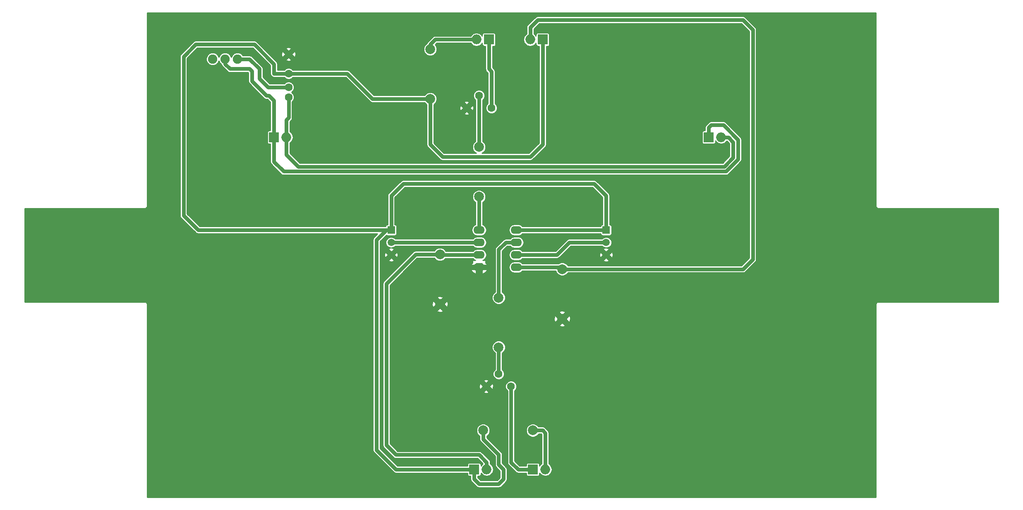
<source format=gbr>
G04 #@! TF.FileFunction,Copper,L1,Top,Signal*
%FSLAX46Y46*%
G04 Gerber Fmt 4.6, Leading zero omitted, Abs format (unit mm)*
G04 Created by KiCad (PCBNEW 4.0.2+dfsg1-stable) date Fri 18 May 2018 12:16:33 BST*
%MOMM*%
G01*
G04 APERTURE LIST*
%ADD10C,0.100000*%
%ADD11O,1.998980X1.998980*%
%ADD12R,1.998980X1.998980*%
%ADD13C,1.600000*%
%ADD14C,1.998980*%
%ADD15O,2.300000X1.600000*%
%ADD16C,1.510000*%
%ADD17R,1.510000X1.510000*%
%ADD18C,1.900000*%
%ADD19C,0.750000*%
%ADD20C,0.254000*%
G04 APERTURE END LIST*
D10*
D11*
X186540000Y-71000000D03*
D12*
X184000000Y-71000000D03*
D11*
X97540000Y-71000000D03*
D12*
X95000000Y-71000000D03*
D11*
X138540000Y-139000000D03*
D12*
X136000000Y-139000000D03*
D11*
X147460000Y-51000000D03*
D12*
X150000000Y-51000000D03*
D11*
X136460000Y-51000000D03*
D12*
X139000000Y-51000000D03*
D11*
X150540000Y-139000000D03*
D12*
X148000000Y-139000000D03*
D13*
X134460000Y-65000000D03*
X137000000Y-62460000D03*
X139540000Y-65000000D03*
X138460000Y-122000000D03*
X141000000Y-119460000D03*
X143540000Y-122000000D03*
D14*
X137000000Y-73000000D03*
X137000000Y-83160000D03*
X141000000Y-114000000D03*
X141000000Y-103840000D03*
X129000000Y-95000000D03*
X129000000Y-105160000D03*
X154000000Y-98000000D03*
X154000000Y-108160000D03*
X127000000Y-53000000D03*
X127000000Y-63160000D03*
X148000000Y-131000000D03*
X137840000Y-131000000D03*
D13*
X98000000Y-62800000D03*
X98000000Y-60800000D03*
X98000000Y-58000000D03*
X98000000Y-54000000D03*
D15*
X137000000Y-90000000D03*
X137000000Y-92540000D03*
X137000000Y-95080000D03*
X137000000Y-97620000D03*
X144620000Y-97620000D03*
X144620000Y-95080000D03*
X144620000Y-92540000D03*
X144620000Y-90000000D03*
D16*
X119000000Y-95080000D03*
D17*
X119000000Y-90000000D03*
D16*
X119000000Y-92540000D03*
X163000000Y-95080000D03*
D17*
X163000000Y-90000000D03*
D16*
X163000000Y-92540000D03*
D18*
X87540000Y-55000000D03*
X85000000Y-55000000D03*
X82460000Y-55000000D03*
D19*
X97540000Y-71000000D02*
X97540000Y-74540000D01*
X188000000Y-71000000D02*
X186540000Y-71000000D01*
X189000000Y-72000000D02*
X188000000Y-71000000D01*
X189000000Y-75156494D02*
X189000000Y-72000000D01*
X187156494Y-77000000D02*
X189000000Y-75156494D01*
X100000000Y-77000000D02*
X187156494Y-77000000D01*
X97540000Y-74540000D02*
X100000000Y-77000000D01*
X97540000Y-71000000D02*
X97540000Y-67460000D01*
X98000000Y-67000000D02*
X98000000Y-62800000D01*
X97540000Y-67460000D02*
X98000000Y-67000000D01*
X85000000Y-55000000D02*
X85000000Y-56000000D01*
X95000000Y-63500000D02*
X95000000Y-71000000D01*
X94000000Y-62500000D02*
X95000000Y-63500000D01*
X93500000Y-62500000D02*
X94000000Y-62500000D01*
X90500000Y-59500000D02*
X93500000Y-62500000D01*
X90500000Y-57500000D02*
X90500000Y-59500000D01*
X90000000Y-57000000D02*
X90500000Y-57500000D01*
X86000000Y-57000000D02*
X90000000Y-57000000D01*
X85000000Y-56000000D02*
X86000000Y-57000000D01*
X95000000Y-71000000D02*
X95000000Y-76000000D01*
X95000000Y-76000000D02*
X97000000Y-78000000D01*
X97000000Y-78000000D02*
X187500000Y-78000000D01*
X187500000Y-78000000D02*
X190000000Y-75500000D01*
X190000000Y-75500000D02*
X190000000Y-71500000D01*
X190000000Y-71500000D02*
X187000000Y-68500000D01*
X187000000Y-68500000D02*
X184500000Y-68500000D01*
X184500000Y-68500000D02*
X184000000Y-69000000D01*
X184000000Y-69000000D02*
X184000000Y-71000000D01*
X137000000Y-73000000D02*
X137000000Y-62460000D01*
X141000000Y-114000000D02*
X141000000Y-119460000D01*
X87540000Y-55000000D02*
X90000000Y-55000000D01*
X93800000Y-60800000D02*
X98000000Y-60800000D01*
X92000000Y-59000000D02*
X93800000Y-60800000D01*
X92000000Y-57000000D02*
X92000000Y-59000000D01*
X90000000Y-55000000D02*
X92000000Y-57000000D01*
X138540000Y-139000000D02*
X138540000Y-137540000D01*
X124000000Y-95000000D02*
X129000000Y-95000000D01*
X118000000Y-101000000D02*
X124000000Y-95000000D01*
X118000000Y-134000000D02*
X118000000Y-101000000D01*
X120000000Y-136000000D02*
X118000000Y-134000000D01*
X137000000Y-136000000D02*
X120000000Y-136000000D01*
X138540000Y-137540000D02*
X137000000Y-136000000D01*
X137000000Y-95080000D02*
X129080000Y-95080000D01*
X129080000Y-95080000D02*
X129000000Y-95000000D01*
X98000000Y-58000000D02*
X95000000Y-58000000D01*
X79500000Y-90000000D02*
X119000000Y-90000000D01*
X76500000Y-87000000D02*
X79500000Y-90000000D01*
X76500000Y-54500000D02*
X76500000Y-87000000D01*
X79000000Y-52000000D02*
X76500000Y-54500000D01*
X91000000Y-52000000D02*
X79000000Y-52000000D01*
X95000000Y-56000000D02*
X91000000Y-52000000D01*
X95000000Y-58000000D02*
X95000000Y-56000000D01*
X127000000Y-63160000D02*
X127000000Y-72500000D01*
X150000000Y-72500000D02*
X150000000Y-51000000D01*
X147500000Y-75000000D02*
X150000000Y-72500000D01*
X129500000Y-75000000D02*
X147500000Y-75000000D01*
X127000000Y-72500000D02*
X129500000Y-75000000D01*
X119000000Y-90000000D02*
X119000000Y-83000000D01*
X119000000Y-83000000D02*
X121500000Y-80500000D01*
X121500000Y-80500000D02*
X160500000Y-80500000D01*
X160500000Y-80500000D02*
X163000000Y-83000000D01*
X163000000Y-83000000D02*
X163000000Y-90000000D01*
X136000000Y-139000000D02*
X136000000Y-141000000D01*
X137840000Y-132840000D02*
X137840000Y-131000000D01*
X141000000Y-136000000D02*
X137840000Y-132840000D01*
X141000000Y-138000000D02*
X141000000Y-136000000D01*
X142000000Y-139000000D02*
X141000000Y-138000000D01*
X142000000Y-141000000D02*
X142000000Y-139000000D01*
X141000000Y-142000000D02*
X142000000Y-141000000D01*
X137000000Y-142000000D02*
X141000000Y-142000000D01*
X136000000Y-141000000D02*
X137000000Y-142000000D01*
X136000000Y-139000000D02*
X120000000Y-139000000D01*
X120000000Y-139000000D02*
X116000000Y-135000000D01*
X116000000Y-135000000D02*
X116000000Y-92000000D01*
X116000000Y-92000000D02*
X118000000Y-90000000D01*
X118000000Y-90000000D02*
X119000000Y-90000000D01*
X98000000Y-58000000D02*
X110000000Y-58000000D01*
X115160000Y-63160000D02*
X127000000Y-63160000D01*
X110000000Y-58000000D02*
X115160000Y-63160000D01*
X163000000Y-90000000D02*
X144620000Y-90000000D01*
X154000000Y-98000000D02*
X191000000Y-98000000D01*
X147460000Y-48540000D02*
X147460000Y-51000000D01*
X149000000Y-47000000D02*
X147460000Y-48540000D01*
X191000000Y-47000000D02*
X149000000Y-47000000D01*
X193000000Y-49000000D02*
X191000000Y-47000000D01*
X193000000Y-96000000D02*
X193000000Y-49000000D01*
X191000000Y-98000000D02*
X193000000Y-96000000D01*
X144620000Y-97620000D02*
X153620000Y-97620000D01*
X153620000Y-97620000D02*
X154000000Y-98000000D01*
X136460000Y-51000000D02*
X128000000Y-51000000D01*
X127000000Y-52000000D02*
X127000000Y-53000000D01*
X128000000Y-51000000D02*
X127000000Y-52000000D01*
X139540000Y-65000000D02*
X139540000Y-57540000D01*
X139000000Y-57000000D02*
X139000000Y-51000000D01*
X139540000Y-57540000D02*
X139000000Y-57000000D01*
X148000000Y-131000000D02*
X150000000Y-131000000D01*
X150540000Y-131540000D02*
X150540000Y-139000000D01*
X150000000Y-131000000D02*
X150540000Y-131540000D01*
X143540000Y-122000000D02*
X143540000Y-137540000D01*
X145000000Y-139000000D02*
X148000000Y-139000000D01*
X143540000Y-137540000D02*
X145000000Y-139000000D01*
X137000000Y-92540000D02*
X119000000Y-92540000D01*
X163000000Y-92540000D02*
X155460000Y-92540000D01*
X152920000Y-95080000D02*
X144620000Y-95080000D01*
X155460000Y-92540000D02*
X152920000Y-95080000D01*
X137000000Y-83160000D02*
X137000000Y-90000000D01*
X141000000Y-103840000D02*
X141000000Y-94000000D01*
X142460000Y-92540000D02*
X144620000Y-92540000D01*
X141000000Y-94000000D02*
X142460000Y-92540000D01*
D20*
G36*
X218201600Y-85123900D02*
X218234103Y-85287306D01*
X218326665Y-85425835D01*
X218465194Y-85518397D01*
X218628600Y-85550900D01*
X243201600Y-85550900D01*
X243201600Y-104696900D01*
X218628600Y-104696900D01*
X218465194Y-104729403D01*
X218326665Y-104821965D01*
X218234103Y-104960494D01*
X218201600Y-105123900D01*
X218201600Y-144696900D01*
X69055600Y-144696900D01*
X69055600Y-105123900D01*
X69023097Y-104960494D01*
X68930535Y-104821965D01*
X68792006Y-104729403D01*
X68628600Y-104696900D01*
X44055600Y-104696900D01*
X44055600Y-85550900D01*
X68628600Y-85550900D01*
X68792006Y-85518397D01*
X68930535Y-85425835D01*
X69023097Y-85287306D01*
X69055600Y-85123900D01*
X69055600Y-54500000D01*
X75748000Y-54500000D01*
X75748000Y-87000000D01*
X75805243Y-87287778D01*
X75968256Y-87531744D01*
X78968256Y-90531745D01*
X79114503Y-90629464D01*
X79212222Y-90694757D01*
X79500000Y-90752000D01*
X116184512Y-90752000D01*
X115468256Y-91468256D01*
X115305243Y-91712222D01*
X115248000Y-92000000D01*
X115248000Y-135000000D01*
X115305243Y-135287778D01*
X115468256Y-135531744D01*
X119468256Y-139531744D01*
X119712222Y-139694757D01*
X120000000Y-139752000D01*
X134616125Y-139752000D01*
X134616125Y-139999490D01*
X134642413Y-140139198D01*
X134724980Y-140267510D01*
X134850963Y-140353591D01*
X135000510Y-140383875D01*
X135248000Y-140383875D01*
X135248000Y-141000000D01*
X135305243Y-141287778D01*
X135468256Y-141531744D01*
X136468256Y-142531745D01*
X136614503Y-142629464D01*
X136712222Y-142694757D01*
X137000000Y-142752000D01*
X141000000Y-142752000D01*
X141287778Y-142694757D01*
X141531744Y-142531744D01*
X142531745Y-141531744D01*
X142683087Y-141305243D01*
X142694757Y-141287778D01*
X142752000Y-141000000D01*
X142752000Y-139000000D01*
X142694757Y-138712222D01*
X142629464Y-138614503D01*
X142531745Y-138468256D01*
X141752000Y-137688512D01*
X141752000Y-136000000D01*
X141694757Y-135712222D01*
X141531744Y-135468256D01*
X138592000Y-132528512D01*
X138592000Y-132178644D01*
X138618700Y-132167612D01*
X139006251Y-131780737D01*
X139216251Y-131275002D01*
X139216728Y-130727400D01*
X139007612Y-130221300D01*
X138620737Y-129833749D01*
X138115002Y-129623749D01*
X137567400Y-129623272D01*
X137061300Y-129832388D01*
X136673749Y-130219263D01*
X136463749Y-130724998D01*
X136463272Y-131272600D01*
X136672388Y-131778700D01*
X137059263Y-132166251D01*
X137088000Y-132178184D01*
X137088000Y-132840000D01*
X137145243Y-133127778D01*
X137308256Y-133371744D01*
X140248000Y-136311488D01*
X140248000Y-138000000D01*
X140305243Y-138287778D01*
X140468256Y-138531744D01*
X141248000Y-139311489D01*
X141248000Y-140688511D01*
X140688512Y-141248000D01*
X137311489Y-141248000D01*
X136752000Y-140688512D01*
X136752000Y-140383875D01*
X136999490Y-140383875D01*
X137139198Y-140357587D01*
X137267510Y-140275020D01*
X137353591Y-140149037D01*
X137383875Y-139999490D01*
X137383875Y-139740105D01*
X137539708Y-139973325D01*
X137986273Y-140271711D01*
X138513033Y-140376490D01*
X138566967Y-140376490D01*
X139093727Y-140271711D01*
X139540292Y-139973325D01*
X139838678Y-139526760D01*
X139943457Y-139000000D01*
X139838678Y-138473240D01*
X139540292Y-138026675D01*
X139292000Y-137860771D01*
X139292000Y-137540000D01*
X139234757Y-137252222D01*
X139071744Y-137008256D01*
X137531744Y-135468256D01*
X137287778Y-135305243D01*
X137000000Y-135248000D01*
X120311488Y-135248000D01*
X118752000Y-133688512D01*
X118752000Y-123160727D01*
X137864958Y-123160727D01*
X137956374Y-123373703D01*
X138520403Y-123461865D01*
X138963626Y-123373703D01*
X139055042Y-123160727D01*
X138460000Y-122565685D01*
X137864958Y-123160727D01*
X118752000Y-123160727D01*
X118752000Y-122060403D01*
X136998135Y-122060403D01*
X137086297Y-122503626D01*
X137299273Y-122595042D01*
X137894315Y-122000000D01*
X139025685Y-122000000D01*
X139620727Y-122595042D01*
X139833703Y-122503626D01*
X139875989Y-122233093D01*
X142362796Y-122233093D01*
X142541606Y-122665846D01*
X142788000Y-122912671D01*
X142788000Y-137540000D01*
X142845243Y-137827778D01*
X143008256Y-138071744D01*
X144468256Y-139531744D01*
X144712222Y-139694757D01*
X145000000Y-139752000D01*
X146616125Y-139752000D01*
X146616125Y-139999490D01*
X146642413Y-140139198D01*
X146724980Y-140267510D01*
X146850963Y-140353591D01*
X147000510Y-140383875D01*
X148999490Y-140383875D01*
X149139198Y-140357587D01*
X149267510Y-140275020D01*
X149353591Y-140149037D01*
X149383875Y-139999490D01*
X149383875Y-139740105D01*
X149539708Y-139973325D01*
X149986273Y-140271711D01*
X150513033Y-140376490D01*
X150566967Y-140376490D01*
X151093727Y-140271711D01*
X151540292Y-139973325D01*
X151838678Y-139526760D01*
X151943457Y-139000000D01*
X151838678Y-138473240D01*
X151540292Y-138026675D01*
X151292000Y-137860771D01*
X151292000Y-131540000D01*
X151234757Y-131252222D01*
X151071744Y-131008255D01*
X150531744Y-130468256D01*
X150287778Y-130305243D01*
X150000000Y-130248000D01*
X149178644Y-130248000D01*
X149167612Y-130221300D01*
X148780737Y-129833749D01*
X148275002Y-129623749D01*
X147727400Y-129623272D01*
X147221300Y-129832388D01*
X146833749Y-130219263D01*
X146623749Y-130724998D01*
X146623272Y-131272600D01*
X146832388Y-131778700D01*
X147219263Y-132166251D01*
X147724998Y-132376251D01*
X148272600Y-132376728D01*
X148778700Y-132167612D01*
X149166251Y-131780737D01*
X149178184Y-131752000D01*
X149688512Y-131752000D01*
X149788000Y-131851489D01*
X149788000Y-137860771D01*
X149539708Y-138026675D01*
X149383875Y-138259895D01*
X149383875Y-138000510D01*
X149357587Y-137860802D01*
X149275020Y-137732490D01*
X149149037Y-137646409D01*
X148999490Y-137616125D01*
X147000510Y-137616125D01*
X146860802Y-137642413D01*
X146732490Y-137724980D01*
X146646409Y-137850963D01*
X146616125Y-138000510D01*
X146616125Y-138248000D01*
X145311488Y-138248000D01*
X144292000Y-137228512D01*
X144292000Y-122912390D01*
X144537230Y-122667588D01*
X144716795Y-122235147D01*
X144717204Y-121766907D01*
X144538394Y-121334154D01*
X144207588Y-121002770D01*
X143775147Y-120823205D01*
X143306907Y-120822796D01*
X142874154Y-121001606D01*
X142542770Y-121332412D01*
X142363205Y-121764853D01*
X142362796Y-122233093D01*
X139875989Y-122233093D01*
X139921865Y-121939597D01*
X139833703Y-121496374D01*
X139620727Y-121404958D01*
X139025685Y-122000000D01*
X137894315Y-122000000D01*
X137299273Y-121404958D01*
X137086297Y-121496374D01*
X136998135Y-122060403D01*
X118752000Y-122060403D01*
X118752000Y-120839273D01*
X137864958Y-120839273D01*
X138460000Y-121434315D01*
X139055042Y-120839273D01*
X138963626Y-120626297D01*
X138399597Y-120538135D01*
X137956374Y-120626297D01*
X137864958Y-120839273D01*
X118752000Y-120839273D01*
X118752000Y-114272600D01*
X139623272Y-114272600D01*
X139832388Y-114778700D01*
X140219263Y-115166251D01*
X140248000Y-115178184D01*
X140248000Y-118547610D01*
X140002770Y-118792412D01*
X139823205Y-119224853D01*
X139822796Y-119693093D01*
X140001606Y-120125846D01*
X140332412Y-120457230D01*
X140764853Y-120636795D01*
X141233093Y-120637204D01*
X141665846Y-120458394D01*
X141997230Y-120127588D01*
X142176795Y-119695147D01*
X142177204Y-119226907D01*
X141998394Y-118794154D01*
X141752000Y-118547329D01*
X141752000Y-115178644D01*
X141778700Y-115167612D01*
X142166251Y-114780737D01*
X142376251Y-114275002D01*
X142376728Y-113727400D01*
X142167612Y-113221300D01*
X141780737Y-112833749D01*
X141275002Y-112623749D01*
X140727400Y-112623272D01*
X140221300Y-112832388D01*
X139833749Y-113219263D01*
X139623749Y-113724998D01*
X139623272Y-114272600D01*
X118752000Y-114272600D01*
X118752000Y-109519256D01*
X153347490Y-109519256D01*
X153469831Y-109739931D01*
X154114801Y-109822553D01*
X154530169Y-109739931D01*
X154652510Y-109519256D01*
X154000000Y-108866746D01*
X153347490Y-109519256D01*
X118752000Y-109519256D01*
X118752000Y-108274801D01*
X152337447Y-108274801D01*
X152420069Y-108690169D01*
X152640744Y-108812510D01*
X153293254Y-108160000D01*
X154706746Y-108160000D01*
X155359256Y-108812510D01*
X155579931Y-108690169D01*
X155662553Y-108045199D01*
X155579931Y-107629831D01*
X155359256Y-107507490D01*
X154706746Y-108160000D01*
X153293254Y-108160000D01*
X152640744Y-107507490D01*
X152420069Y-107629831D01*
X152337447Y-108274801D01*
X118752000Y-108274801D01*
X118752000Y-106519256D01*
X128347490Y-106519256D01*
X128469831Y-106739931D01*
X129114801Y-106822553D01*
X129224442Y-106800744D01*
X153347490Y-106800744D01*
X154000000Y-107453254D01*
X154652510Y-106800744D01*
X154530169Y-106580069D01*
X153885199Y-106497447D01*
X153469831Y-106580069D01*
X153347490Y-106800744D01*
X129224442Y-106800744D01*
X129530169Y-106739931D01*
X129652510Y-106519256D01*
X129000000Y-105866746D01*
X128347490Y-106519256D01*
X118752000Y-106519256D01*
X118752000Y-105274801D01*
X127337447Y-105274801D01*
X127420069Y-105690169D01*
X127640744Y-105812510D01*
X128293254Y-105160000D01*
X129706746Y-105160000D01*
X130359256Y-105812510D01*
X130579931Y-105690169D01*
X130662553Y-105045199D01*
X130579931Y-104629831D01*
X130359256Y-104507490D01*
X129706746Y-105160000D01*
X128293254Y-105160000D01*
X127640744Y-104507490D01*
X127420069Y-104629831D01*
X127337447Y-105274801D01*
X118752000Y-105274801D01*
X118752000Y-103800744D01*
X128347490Y-103800744D01*
X129000000Y-104453254D01*
X129340654Y-104112600D01*
X139623272Y-104112600D01*
X139832388Y-104618700D01*
X140219263Y-105006251D01*
X140724998Y-105216251D01*
X141272600Y-105216728D01*
X141778700Y-105007612D01*
X142166251Y-104620737D01*
X142376251Y-104115002D01*
X142376728Y-103567400D01*
X142167612Y-103061300D01*
X141780737Y-102673749D01*
X141752000Y-102661816D01*
X141752000Y-95080000D01*
X143063084Y-95080000D01*
X143152678Y-95530418D01*
X143407819Y-95912265D01*
X143789666Y-96167406D01*
X144240084Y-96257000D01*
X144999916Y-96257000D01*
X145307412Y-96195835D01*
X162418031Y-96195835D01*
X162502471Y-96407032D01*
X163048176Y-96496413D01*
X163497529Y-96407032D01*
X163581969Y-96195835D01*
X163000000Y-95613866D01*
X162418031Y-96195835D01*
X145307412Y-96195835D01*
X145450334Y-96167406D01*
X145832181Y-95912265D01*
X145885812Y-95832000D01*
X152920000Y-95832000D01*
X153207778Y-95774757D01*
X153451744Y-95611744D01*
X153935312Y-95128176D01*
X161583587Y-95128176D01*
X161672968Y-95577529D01*
X161884165Y-95661969D01*
X162466134Y-95080000D01*
X163533866Y-95080000D01*
X164115835Y-95661969D01*
X164327032Y-95577529D01*
X164416413Y-95031824D01*
X164327032Y-94582471D01*
X164115835Y-94498031D01*
X163533866Y-95080000D01*
X162466134Y-95080000D01*
X161884165Y-94498031D01*
X161672968Y-94582471D01*
X161583587Y-95128176D01*
X153935312Y-95128176D01*
X155771489Y-93292000D01*
X162151194Y-93292000D01*
X162357936Y-93499103D01*
X162773843Y-93671803D01*
X162909922Y-93671922D01*
X162502471Y-93752968D01*
X162418031Y-93964165D01*
X163000000Y-94546134D01*
X163581969Y-93964165D01*
X163497529Y-93752968D01*
X163003208Y-93672003D01*
X163224181Y-93672196D01*
X163640389Y-93500222D01*
X163959103Y-93182064D01*
X164131803Y-92766157D01*
X164132196Y-92315819D01*
X163960222Y-91899611D01*
X163642064Y-91580897D01*
X163226157Y-91408197D01*
X162775819Y-91407804D01*
X162359611Y-91579778D01*
X162151025Y-91788000D01*
X155460000Y-91788000D01*
X155172222Y-91845243D01*
X154928255Y-92008256D01*
X152608512Y-94328000D01*
X145885812Y-94328000D01*
X145832181Y-94247735D01*
X145450334Y-93992594D01*
X144999916Y-93903000D01*
X144240084Y-93903000D01*
X143789666Y-93992594D01*
X143407819Y-94247735D01*
X143152678Y-94629582D01*
X143063084Y-95080000D01*
X141752000Y-95080000D01*
X141752000Y-94311488D01*
X142771488Y-93292000D01*
X143354188Y-93292000D01*
X143407819Y-93372265D01*
X143789666Y-93627406D01*
X144240084Y-93717000D01*
X144999916Y-93717000D01*
X145450334Y-93627406D01*
X145832181Y-93372265D01*
X146087322Y-92990418D01*
X146176916Y-92540000D01*
X146087322Y-92089582D01*
X145832181Y-91707735D01*
X145450334Y-91452594D01*
X144999916Y-91363000D01*
X144240084Y-91363000D01*
X143789666Y-91452594D01*
X143407819Y-91707735D01*
X143354188Y-91788000D01*
X142460000Y-91788000D01*
X142172222Y-91845243D01*
X142090855Y-91899611D01*
X141928256Y-92008256D01*
X140468256Y-93468256D01*
X140305243Y-93712222D01*
X140248000Y-94000000D01*
X140248000Y-102661356D01*
X140221300Y-102672388D01*
X139833749Y-103059263D01*
X139623749Y-103564998D01*
X139623272Y-104112600D01*
X129340654Y-104112600D01*
X129652510Y-103800744D01*
X129530169Y-103580069D01*
X128885199Y-103497447D01*
X128469831Y-103580069D01*
X128347490Y-103800744D01*
X118752000Y-103800744D01*
X118752000Y-101311488D01*
X121832827Y-98230661D01*
X135351417Y-98230661D01*
X135393854Y-98254527D01*
X135732296Y-98686933D01*
X136210450Y-98956908D01*
X136425000Y-98850459D01*
X136425000Y-98020000D01*
X137575000Y-98020000D01*
X137575000Y-98850459D01*
X137789550Y-98956908D01*
X138267704Y-98686933D01*
X138606146Y-98254527D01*
X138648583Y-98230661D01*
X138561946Y-98020000D01*
X137575000Y-98020000D01*
X136425000Y-98020000D01*
X135438054Y-98020000D01*
X135351417Y-98230661D01*
X121832827Y-98230661D01*
X124311489Y-95752000D01*
X127821356Y-95752000D01*
X127832388Y-95778700D01*
X128219263Y-96166251D01*
X128724998Y-96376251D01*
X129272600Y-96376728D01*
X129778700Y-96167612D01*
X130114898Y-95832000D01*
X135734188Y-95832000D01*
X135787819Y-95912265D01*
X136169666Y-96167406D01*
X136258117Y-96185000D01*
X135626998Y-96185000D01*
X135626998Y-96687600D01*
X135393854Y-96985473D01*
X135351417Y-97009339D01*
X135438054Y-97220000D01*
X136425000Y-97220000D01*
X136425000Y-96820000D01*
X137575000Y-96820000D01*
X137575000Y-97220000D01*
X138561946Y-97220000D01*
X138648583Y-97009339D01*
X138606146Y-96985473D01*
X138373002Y-96687600D01*
X138373002Y-96185000D01*
X137741883Y-96185000D01*
X137830334Y-96167406D01*
X138212181Y-95912265D01*
X138467322Y-95530418D01*
X138556916Y-95080000D01*
X138467322Y-94629582D01*
X138212181Y-94247735D01*
X137830334Y-93992594D01*
X137379916Y-93903000D01*
X136620084Y-93903000D01*
X136169666Y-93992594D01*
X135787819Y-94247735D01*
X135734188Y-94328000D01*
X130211699Y-94328000D01*
X130167612Y-94221300D01*
X129780737Y-93833749D01*
X129275002Y-93623749D01*
X128727400Y-93623272D01*
X128221300Y-93832388D01*
X127833749Y-94219263D01*
X127821816Y-94248000D01*
X124000000Y-94248000D01*
X123712222Y-94305243D01*
X123468255Y-94468256D01*
X117468256Y-100468256D01*
X117305243Y-100712222D01*
X117248000Y-101000000D01*
X117248000Y-134000000D01*
X117305243Y-134287778D01*
X117468256Y-134531744D01*
X119468256Y-136531744D01*
X119712222Y-136694757D01*
X120000000Y-136752000D01*
X136688512Y-136752000D01*
X137788000Y-137851488D01*
X137788000Y-137860771D01*
X137539708Y-138026675D01*
X137383875Y-138259895D01*
X137383875Y-138000510D01*
X137357587Y-137860802D01*
X137275020Y-137732490D01*
X137149037Y-137646409D01*
X136999490Y-137616125D01*
X135000510Y-137616125D01*
X134860802Y-137642413D01*
X134732490Y-137724980D01*
X134646409Y-137850963D01*
X134616125Y-138000510D01*
X134616125Y-138248000D01*
X120311488Y-138248000D01*
X116752000Y-134688512D01*
X116752000Y-96195835D01*
X118418031Y-96195835D01*
X118502471Y-96407032D01*
X119048176Y-96496413D01*
X119497529Y-96407032D01*
X119581969Y-96195835D01*
X119000000Y-95613866D01*
X118418031Y-96195835D01*
X116752000Y-96195835D01*
X116752000Y-95128176D01*
X117583587Y-95128176D01*
X117672968Y-95577529D01*
X117884165Y-95661969D01*
X118466134Y-95080000D01*
X119533866Y-95080000D01*
X120115835Y-95661969D01*
X120327032Y-95577529D01*
X120416413Y-95031824D01*
X120327032Y-94582471D01*
X120115835Y-94498031D01*
X119533866Y-95080000D01*
X118466134Y-95080000D01*
X117884165Y-94498031D01*
X117672968Y-94582471D01*
X117583587Y-95128176D01*
X116752000Y-95128176D01*
X116752000Y-92764181D01*
X117867804Y-92764181D01*
X118039778Y-93180389D01*
X118357936Y-93499103D01*
X118773843Y-93671803D01*
X118909922Y-93671922D01*
X118502471Y-93752968D01*
X118418031Y-93964165D01*
X119000000Y-94546134D01*
X119581969Y-93964165D01*
X119497529Y-93752968D01*
X119003208Y-93672003D01*
X119224181Y-93672196D01*
X119640389Y-93500222D01*
X119848975Y-93292000D01*
X135734188Y-93292000D01*
X135787819Y-93372265D01*
X136169666Y-93627406D01*
X136620084Y-93717000D01*
X137379916Y-93717000D01*
X137830334Y-93627406D01*
X138212181Y-93372265D01*
X138467322Y-92990418D01*
X138556916Y-92540000D01*
X138467322Y-92089582D01*
X138212181Y-91707735D01*
X137830334Y-91452594D01*
X137379916Y-91363000D01*
X136620084Y-91363000D01*
X136169666Y-91452594D01*
X135787819Y-91707735D01*
X135734188Y-91788000D01*
X119848806Y-91788000D01*
X119642064Y-91580897D01*
X119226157Y-91408197D01*
X118775819Y-91407804D01*
X118359611Y-91579778D01*
X118040897Y-91897936D01*
X117868197Y-92313843D01*
X117867804Y-92764181D01*
X116752000Y-92764181D01*
X116752000Y-92311488D01*
X118011648Y-91051840D01*
X118095453Y-91109101D01*
X118245000Y-91139385D01*
X119755000Y-91139385D01*
X119894708Y-91113097D01*
X120023020Y-91030530D01*
X120109101Y-90904547D01*
X120139385Y-90755000D01*
X120139385Y-90000000D01*
X135443084Y-90000000D01*
X135532678Y-90450418D01*
X135787819Y-90832265D01*
X136169666Y-91087406D01*
X136620084Y-91177000D01*
X137379916Y-91177000D01*
X137830334Y-91087406D01*
X138212181Y-90832265D01*
X138467322Y-90450418D01*
X138556916Y-90000000D01*
X138467322Y-89549582D01*
X138212181Y-89167735D01*
X137830334Y-88912594D01*
X137752000Y-88897012D01*
X137752000Y-84338644D01*
X137778700Y-84327612D01*
X138166251Y-83940737D01*
X138376251Y-83435002D01*
X138376728Y-82887400D01*
X138167612Y-82381300D01*
X137780737Y-81993749D01*
X137275002Y-81783749D01*
X136727400Y-81783272D01*
X136221300Y-81992388D01*
X135833749Y-82379263D01*
X135623749Y-82884998D01*
X135623272Y-83432600D01*
X135832388Y-83938700D01*
X136219263Y-84326251D01*
X136248000Y-84338184D01*
X136248000Y-88897012D01*
X136169666Y-88912594D01*
X135787819Y-89167735D01*
X135532678Y-89549582D01*
X135443084Y-90000000D01*
X120139385Y-90000000D01*
X120139385Y-89245000D01*
X120113097Y-89105292D01*
X120030530Y-88976980D01*
X119904547Y-88890899D01*
X119755000Y-88860615D01*
X119752000Y-88860615D01*
X119752000Y-83311488D01*
X121811488Y-81252000D01*
X160188512Y-81252000D01*
X162248000Y-83311488D01*
X162248000Y-88860615D01*
X162245000Y-88860615D01*
X162105292Y-88886903D01*
X161976980Y-88969470D01*
X161890899Y-89095453D01*
X161860615Y-89245000D01*
X161860615Y-89248000D01*
X145885812Y-89248000D01*
X145832181Y-89167735D01*
X145450334Y-88912594D01*
X144999916Y-88823000D01*
X144240084Y-88823000D01*
X143789666Y-88912594D01*
X143407819Y-89167735D01*
X143152678Y-89549582D01*
X143063084Y-90000000D01*
X143152678Y-90450418D01*
X143407819Y-90832265D01*
X143789666Y-91087406D01*
X144240084Y-91177000D01*
X144999916Y-91177000D01*
X145450334Y-91087406D01*
X145832181Y-90832265D01*
X145885812Y-90752000D01*
X161860615Y-90752000D01*
X161860615Y-90755000D01*
X161886903Y-90894708D01*
X161969470Y-91023020D01*
X162095453Y-91109101D01*
X162245000Y-91139385D01*
X163755000Y-91139385D01*
X163894708Y-91113097D01*
X164023020Y-91030530D01*
X164109101Y-90904547D01*
X164139385Y-90755000D01*
X164139385Y-89245000D01*
X164113097Y-89105292D01*
X164030530Y-88976980D01*
X163904547Y-88890899D01*
X163755000Y-88860615D01*
X163752000Y-88860615D01*
X163752000Y-83000000D01*
X163694757Y-82712222D01*
X163531744Y-82468256D01*
X161031744Y-79968256D01*
X160787778Y-79805243D01*
X160500000Y-79748000D01*
X121500000Y-79748000D01*
X121212222Y-79805243D01*
X120968256Y-79968256D01*
X118468256Y-82468256D01*
X118305243Y-82712222D01*
X118248000Y-83000000D01*
X118248000Y-88860615D01*
X118245000Y-88860615D01*
X118105292Y-88886903D01*
X117976980Y-88969470D01*
X117890899Y-89095453D01*
X117860615Y-89245000D01*
X117860615Y-89248000D01*
X79811489Y-89248000D01*
X77252000Y-86688512D01*
X77252000Y-55262798D01*
X81132771Y-55262798D01*
X81334369Y-55750703D01*
X81707334Y-56124319D01*
X82194885Y-56326769D01*
X82722798Y-56327229D01*
X83210703Y-56125631D01*
X83584319Y-55752666D01*
X83730109Y-55401567D01*
X83874369Y-55750703D01*
X84247334Y-56124319D01*
X84275015Y-56135813D01*
X84305243Y-56287778D01*
X84468256Y-56531744D01*
X85468256Y-57531745D01*
X85614503Y-57629464D01*
X85712222Y-57694757D01*
X86000000Y-57752000D01*
X89688512Y-57752000D01*
X89748000Y-57811488D01*
X89748000Y-59500000D01*
X89805243Y-59787778D01*
X89968256Y-60031744D01*
X92968256Y-63031745D01*
X93109089Y-63125846D01*
X93212222Y-63194757D01*
X93500000Y-63252000D01*
X93688512Y-63252000D01*
X94248000Y-63811489D01*
X94248000Y-69616125D01*
X94000510Y-69616125D01*
X93860802Y-69642413D01*
X93732490Y-69724980D01*
X93646409Y-69850963D01*
X93616125Y-70000510D01*
X93616125Y-71999490D01*
X93642413Y-72139198D01*
X93724980Y-72267510D01*
X93850963Y-72353591D01*
X94000510Y-72383875D01*
X94248000Y-72383875D01*
X94248000Y-76000000D01*
X94305243Y-76287778D01*
X94468256Y-76531744D01*
X96468256Y-78531744D01*
X96712222Y-78694757D01*
X97000000Y-78752000D01*
X187500000Y-78752000D01*
X187787778Y-78694757D01*
X188031744Y-78531744D01*
X190531744Y-76031744D01*
X190694757Y-75787778D01*
X190752000Y-75500000D01*
X190752000Y-71500000D01*
X190694757Y-71212222D01*
X190552955Y-71000000D01*
X190531745Y-70968256D01*
X187531744Y-67968256D01*
X187287778Y-67805243D01*
X187000000Y-67748000D01*
X184500000Y-67748000D01*
X184212222Y-67805243D01*
X183968256Y-67968256D01*
X183468256Y-68468256D01*
X183305243Y-68712222D01*
X183248000Y-69000000D01*
X183248000Y-69616125D01*
X183000510Y-69616125D01*
X182860802Y-69642413D01*
X182732490Y-69724980D01*
X182646409Y-69850963D01*
X182616125Y-70000510D01*
X182616125Y-71999490D01*
X182642413Y-72139198D01*
X182724980Y-72267510D01*
X182850963Y-72353591D01*
X183000510Y-72383875D01*
X184999490Y-72383875D01*
X185139198Y-72357587D01*
X185267510Y-72275020D01*
X185353591Y-72149037D01*
X185383875Y-71999490D01*
X185383875Y-71740105D01*
X185539708Y-71973325D01*
X185986273Y-72271711D01*
X186513033Y-72376490D01*
X186566967Y-72376490D01*
X187093727Y-72271711D01*
X187540292Y-71973325D01*
X187688177Y-71752000D01*
X187688512Y-71752000D01*
X188248000Y-72311489D01*
X188248000Y-74845006D01*
X186845006Y-76248000D01*
X100311489Y-76248000D01*
X98292000Y-74228512D01*
X98292000Y-72139229D01*
X98540292Y-71973325D01*
X98838678Y-71526760D01*
X98943457Y-71000000D01*
X98838678Y-70473240D01*
X98540292Y-70026675D01*
X98292000Y-69860771D01*
X98292000Y-67771488D01*
X98531744Y-67531744D01*
X98694757Y-67287778D01*
X98752000Y-67000000D01*
X98752000Y-63712390D01*
X98997230Y-63467588D01*
X99176795Y-63035147D01*
X99177204Y-62566907D01*
X98998394Y-62134154D01*
X98667588Y-61802770D01*
X98661437Y-61800216D01*
X98665846Y-61798394D01*
X98997230Y-61467588D01*
X99176795Y-61035147D01*
X99177204Y-60566907D01*
X98998394Y-60134154D01*
X98667588Y-59802770D01*
X98235147Y-59623205D01*
X97766907Y-59622796D01*
X97334154Y-59801606D01*
X97087329Y-60048000D01*
X94111489Y-60048000D01*
X92752000Y-58688512D01*
X92752000Y-57000000D01*
X92694757Y-56712222D01*
X92531744Y-56468256D01*
X90531744Y-54468256D01*
X90287778Y-54305243D01*
X90000000Y-54248000D01*
X88664336Y-54248000D01*
X88292666Y-53875681D01*
X87805115Y-53673231D01*
X87277202Y-53672771D01*
X86789297Y-53874369D01*
X86415681Y-54247334D01*
X86269891Y-54598433D01*
X86125631Y-54249297D01*
X85752666Y-53875681D01*
X85265115Y-53673231D01*
X84737202Y-53672771D01*
X84249297Y-53874369D01*
X83875681Y-54247334D01*
X83729891Y-54598433D01*
X83585631Y-54249297D01*
X83212666Y-53875681D01*
X82725115Y-53673231D01*
X82197202Y-53672771D01*
X81709297Y-53874369D01*
X81335681Y-54247334D01*
X81133231Y-54734885D01*
X81132771Y-55262798D01*
X77252000Y-55262798D01*
X77252000Y-54811488D01*
X79311488Y-52752000D01*
X90688512Y-52752000D01*
X94248000Y-56311488D01*
X94248000Y-58000000D01*
X94305243Y-58287778D01*
X94468256Y-58531744D01*
X94712222Y-58694757D01*
X95000000Y-58752000D01*
X97087610Y-58752000D01*
X97332412Y-58997230D01*
X97764853Y-59176795D01*
X98233093Y-59177204D01*
X98665846Y-58998394D01*
X98912671Y-58752000D01*
X109688512Y-58752000D01*
X114628256Y-63691744D01*
X114872222Y-63854757D01*
X115160000Y-63912000D01*
X125821356Y-63912000D01*
X125832388Y-63938700D01*
X126219263Y-64326251D01*
X126248000Y-64338184D01*
X126248000Y-72500000D01*
X126305243Y-72787778D01*
X126468256Y-73031744D01*
X128968256Y-75531744D01*
X129212222Y-75694757D01*
X129500000Y-75752000D01*
X147500000Y-75752000D01*
X147787778Y-75694757D01*
X148031744Y-75531744D01*
X150531744Y-73031744D01*
X150694757Y-72787778D01*
X150752000Y-72500000D01*
X150752000Y-52383875D01*
X150999490Y-52383875D01*
X151139198Y-52357587D01*
X151267510Y-52275020D01*
X151353591Y-52149037D01*
X151383875Y-51999490D01*
X151383875Y-50000510D01*
X151357587Y-49860802D01*
X151275020Y-49732490D01*
X151149037Y-49646409D01*
X150999490Y-49616125D01*
X149000510Y-49616125D01*
X148860802Y-49642413D01*
X148732490Y-49724980D01*
X148646409Y-49850963D01*
X148616125Y-50000510D01*
X148616125Y-50259895D01*
X148460292Y-50026675D01*
X148212000Y-49860771D01*
X148212000Y-48851488D01*
X149311488Y-47752000D01*
X190688512Y-47752000D01*
X192248000Y-49311488D01*
X192248000Y-95688512D01*
X190688512Y-97248000D01*
X155178644Y-97248000D01*
X155167612Y-97221300D01*
X154780737Y-96833749D01*
X154275002Y-96623749D01*
X153727400Y-96623272D01*
X153221300Y-96832388D01*
X153185626Y-96868000D01*
X145885812Y-96868000D01*
X145832181Y-96787735D01*
X145450334Y-96532594D01*
X144999916Y-96443000D01*
X144240084Y-96443000D01*
X143789666Y-96532594D01*
X143407819Y-96787735D01*
X143152678Y-97169582D01*
X143063084Y-97620000D01*
X143152678Y-98070418D01*
X143407819Y-98452265D01*
X143789666Y-98707406D01*
X144240084Y-98797000D01*
X144999916Y-98797000D01*
X145450334Y-98707406D01*
X145832181Y-98452265D01*
X145885812Y-98372000D01*
X152664343Y-98372000D01*
X152832388Y-98778700D01*
X153219263Y-99166251D01*
X153724998Y-99376251D01*
X154272600Y-99376728D01*
X154778700Y-99167612D01*
X155166251Y-98780737D01*
X155178184Y-98752000D01*
X191000000Y-98752000D01*
X191287778Y-98694757D01*
X191531744Y-98531744D01*
X193531744Y-96531744D01*
X193694757Y-96287778D01*
X193700879Y-96257000D01*
X193752000Y-96000000D01*
X193752000Y-49000000D01*
X193694757Y-48712222D01*
X193531744Y-48468256D01*
X191531744Y-46468256D01*
X191287778Y-46305243D01*
X191000000Y-46248000D01*
X149000000Y-46248000D01*
X148712222Y-46305243D01*
X148468256Y-46468256D01*
X146928256Y-48008256D01*
X146765243Y-48252222D01*
X146708000Y-48540000D01*
X146708000Y-49860771D01*
X146459708Y-50026675D01*
X146161322Y-50473240D01*
X146056543Y-51000000D01*
X146161322Y-51526760D01*
X146459708Y-51973325D01*
X146906273Y-52271711D01*
X147433033Y-52376490D01*
X147486967Y-52376490D01*
X148013727Y-52271711D01*
X148460292Y-51973325D01*
X148616125Y-51740105D01*
X148616125Y-51999490D01*
X148642413Y-52139198D01*
X148724980Y-52267510D01*
X148850963Y-52353591D01*
X149000510Y-52383875D01*
X149248000Y-52383875D01*
X149248000Y-72188512D01*
X147188512Y-74248000D01*
X137584146Y-74248000D01*
X137778700Y-74167612D01*
X138166251Y-73780737D01*
X138376251Y-73275002D01*
X138376728Y-72727400D01*
X138167612Y-72221300D01*
X137780737Y-71833749D01*
X137752000Y-71821816D01*
X137752000Y-63372390D01*
X137997230Y-63127588D01*
X138176795Y-62695147D01*
X138177204Y-62226907D01*
X137998394Y-61794154D01*
X137667588Y-61462770D01*
X137235147Y-61283205D01*
X136766907Y-61282796D01*
X136334154Y-61461606D01*
X136002770Y-61792412D01*
X135823205Y-62224853D01*
X135822796Y-62693093D01*
X136001606Y-63125846D01*
X136248000Y-63372671D01*
X136248000Y-71821356D01*
X136221300Y-71832388D01*
X135833749Y-72219263D01*
X135623749Y-72724998D01*
X135623272Y-73272600D01*
X135832388Y-73778700D01*
X136219263Y-74166251D01*
X136416136Y-74248000D01*
X129811488Y-74248000D01*
X127752000Y-72188512D01*
X127752000Y-66160727D01*
X133864958Y-66160727D01*
X133956374Y-66373703D01*
X134520403Y-66461865D01*
X134963626Y-66373703D01*
X135055042Y-66160727D01*
X134460000Y-65565685D01*
X133864958Y-66160727D01*
X127752000Y-66160727D01*
X127752000Y-65060403D01*
X132998135Y-65060403D01*
X133086297Y-65503626D01*
X133299273Y-65595042D01*
X133894315Y-65000000D01*
X135025685Y-65000000D01*
X135620727Y-65595042D01*
X135833703Y-65503626D01*
X135921865Y-64939597D01*
X135833703Y-64496374D01*
X135620727Y-64404958D01*
X135025685Y-65000000D01*
X133894315Y-65000000D01*
X133299273Y-64404958D01*
X133086297Y-64496374D01*
X132998135Y-65060403D01*
X127752000Y-65060403D01*
X127752000Y-64338644D01*
X127778700Y-64327612D01*
X128166251Y-63940737D01*
X128208382Y-63839273D01*
X133864958Y-63839273D01*
X134460000Y-64434315D01*
X135055042Y-63839273D01*
X134963626Y-63626297D01*
X134399597Y-63538135D01*
X133956374Y-63626297D01*
X133864958Y-63839273D01*
X128208382Y-63839273D01*
X128376251Y-63435002D01*
X128376728Y-62887400D01*
X128167612Y-62381300D01*
X127780737Y-61993749D01*
X127275002Y-61783749D01*
X126727400Y-61783272D01*
X126221300Y-61992388D01*
X125833749Y-62379263D01*
X125821816Y-62408000D01*
X115471488Y-62408000D01*
X110531744Y-57468256D01*
X110287778Y-57305243D01*
X110000000Y-57248000D01*
X98912390Y-57248000D01*
X98667588Y-57002770D01*
X98235147Y-56823205D01*
X97766907Y-56822796D01*
X97334154Y-57001606D01*
X97087329Y-57248000D01*
X95752000Y-57248000D01*
X95752000Y-56000000D01*
X95694757Y-55712222D01*
X95531744Y-55468256D01*
X95224215Y-55160727D01*
X97404958Y-55160727D01*
X97496374Y-55373703D01*
X98060403Y-55461865D01*
X98503626Y-55373703D01*
X98595042Y-55160727D01*
X98000000Y-54565685D01*
X97404958Y-55160727D01*
X95224215Y-55160727D01*
X94123891Y-54060403D01*
X96538135Y-54060403D01*
X96626297Y-54503626D01*
X96839273Y-54595042D01*
X97434315Y-54000000D01*
X98565685Y-54000000D01*
X99160727Y-54595042D01*
X99373703Y-54503626D01*
X99461865Y-53939597D01*
X99373703Y-53496374D01*
X99160727Y-53404958D01*
X98565685Y-54000000D01*
X97434315Y-54000000D01*
X96839273Y-53404958D01*
X96626297Y-53496374D01*
X96538135Y-54060403D01*
X94123891Y-54060403D01*
X92902761Y-52839273D01*
X97404958Y-52839273D01*
X98000000Y-53434315D01*
X98161715Y-53272600D01*
X125623272Y-53272600D01*
X125832388Y-53778700D01*
X126219263Y-54166251D01*
X126724998Y-54376251D01*
X127272600Y-54376728D01*
X127778700Y-54167612D01*
X128166251Y-53780737D01*
X128376251Y-53275002D01*
X128376728Y-52727400D01*
X128167612Y-52221300D01*
X128005042Y-52058446D01*
X128311489Y-51752000D01*
X135311823Y-51752000D01*
X135459708Y-51973325D01*
X135906273Y-52271711D01*
X136433033Y-52376490D01*
X136486967Y-52376490D01*
X137013727Y-52271711D01*
X137460292Y-51973325D01*
X137616125Y-51740105D01*
X137616125Y-51999490D01*
X137642413Y-52139198D01*
X137724980Y-52267510D01*
X137850963Y-52353591D01*
X138000510Y-52383875D01*
X138248000Y-52383875D01*
X138248000Y-57000000D01*
X138305243Y-57287778D01*
X138468256Y-57531744D01*
X138788000Y-57851489D01*
X138788000Y-64087610D01*
X138542770Y-64332412D01*
X138363205Y-64764853D01*
X138362796Y-65233093D01*
X138541606Y-65665846D01*
X138872412Y-65997230D01*
X139304853Y-66176795D01*
X139773093Y-66177204D01*
X140205846Y-65998394D01*
X140537230Y-65667588D01*
X140716795Y-65235147D01*
X140717204Y-64766907D01*
X140538394Y-64334154D01*
X140292000Y-64087329D01*
X140292000Y-57540000D01*
X140234757Y-57252222D01*
X140208030Y-57212222D01*
X140071744Y-57008255D01*
X139752000Y-56688512D01*
X139752000Y-52383875D01*
X139999490Y-52383875D01*
X140139198Y-52357587D01*
X140267510Y-52275020D01*
X140353591Y-52149037D01*
X140383875Y-51999490D01*
X140383875Y-50000510D01*
X140357587Y-49860802D01*
X140275020Y-49732490D01*
X140149037Y-49646409D01*
X139999490Y-49616125D01*
X138000510Y-49616125D01*
X137860802Y-49642413D01*
X137732490Y-49724980D01*
X137646409Y-49850963D01*
X137616125Y-50000510D01*
X137616125Y-50259895D01*
X137460292Y-50026675D01*
X137013727Y-49728289D01*
X136486967Y-49623510D01*
X136433033Y-49623510D01*
X135906273Y-49728289D01*
X135459708Y-50026675D01*
X135311823Y-50248000D01*
X128000000Y-50248000D01*
X127712222Y-50305243D01*
X127614503Y-50370536D01*
X127468256Y-50468255D01*
X126468256Y-51468256D01*
X126305243Y-51712222D01*
X126286717Y-51805358D01*
X126221300Y-51832388D01*
X125833749Y-52219263D01*
X125623749Y-52724998D01*
X125623272Y-53272600D01*
X98161715Y-53272600D01*
X98595042Y-52839273D01*
X98503626Y-52626297D01*
X97939597Y-52538135D01*
X97496374Y-52626297D01*
X97404958Y-52839273D01*
X92902761Y-52839273D01*
X91531744Y-51468256D01*
X91287778Y-51305243D01*
X91000000Y-51248000D01*
X79000000Y-51248000D01*
X78712222Y-51305243D01*
X78468256Y-51468256D01*
X75968256Y-53968256D01*
X75805243Y-54212222D01*
X75748000Y-54500000D01*
X69055600Y-54500000D01*
X69055600Y-45550900D01*
X218201600Y-45550900D01*
X218201600Y-85123900D01*
X218201600Y-85123900D01*
G37*
X218201600Y-85123900D02*
X218234103Y-85287306D01*
X218326665Y-85425835D01*
X218465194Y-85518397D01*
X218628600Y-85550900D01*
X243201600Y-85550900D01*
X243201600Y-104696900D01*
X218628600Y-104696900D01*
X218465194Y-104729403D01*
X218326665Y-104821965D01*
X218234103Y-104960494D01*
X218201600Y-105123900D01*
X218201600Y-144696900D01*
X69055600Y-144696900D01*
X69055600Y-105123900D01*
X69023097Y-104960494D01*
X68930535Y-104821965D01*
X68792006Y-104729403D01*
X68628600Y-104696900D01*
X44055600Y-104696900D01*
X44055600Y-85550900D01*
X68628600Y-85550900D01*
X68792006Y-85518397D01*
X68930535Y-85425835D01*
X69023097Y-85287306D01*
X69055600Y-85123900D01*
X69055600Y-54500000D01*
X75748000Y-54500000D01*
X75748000Y-87000000D01*
X75805243Y-87287778D01*
X75968256Y-87531744D01*
X78968256Y-90531745D01*
X79114503Y-90629464D01*
X79212222Y-90694757D01*
X79500000Y-90752000D01*
X116184512Y-90752000D01*
X115468256Y-91468256D01*
X115305243Y-91712222D01*
X115248000Y-92000000D01*
X115248000Y-135000000D01*
X115305243Y-135287778D01*
X115468256Y-135531744D01*
X119468256Y-139531744D01*
X119712222Y-139694757D01*
X120000000Y-139752000D01*
X134616125Y-139752000D01*
X134616125Y-139999490D01*
X134642413Y-140139198D01*
X134724980Y-140267510D01*
X134850963Y-140353591D01*
X135000510Y-140383875D01*
X135248000Y-140383875D01*
X135248000Y-141000000D01*
X135305243Y-141287778D01*
X135468256Y-141531744D01*
X136468256Y-142531745D01*
X136614503Y-142629464D01*
X136712222Y-142694757D01*
X137000000Y-142752000D01*
X141000000Y-142752000D01*
X141287778Y-142694757D01*
X141531744Y-142531744D01*
X142531745Y-141531744D01*
X142683087Y-141305243D01*
X142694757Y-141287778D01*
X142752000Y-141000000D01*
X142752000Y-139000000D01*
X142694757Y-138712222D01*
X142629464Y-138614503D01*
X142531745Y-138468256D01*
X141752000Y-137688512D01*
X141752000Y-136000000D01*
X141694757Y-135712222D01*
X141531744Y-135468256D01*
X138592000Y-132528512D01*
X138592000Y-132178644D01*
X138618700Y-132167612D01*
X139006251Y-131780737D01*
X139216251Y-131275002D01*
X139216728Y-130727400D01*
X139007612Y-130221300D01*
X138620737Y-129833749D01*
X138115002Y-129623749D01*
X137567400Y-129623272D01*
X137061300Y-129832388D01*
X136673749Y-130219263D01*
X136463749Y-130724998D01*
X136463272Y-131272600D01*
X136672388Y-131778700D01*
X137059263Y-132166251D01*
X137088000Y-132178184D01*
X137088000Y-132840000D01*
X137145243Y-133127778D01*
X137308256Y-133371744D01*
X140248000Y-136311488D01*
X140248000Y-138000000D01*
X140305243Y-138287778D01*
X140468256Y-138531744D01*
X141248000Y-139311489D01*
X141248000Y-140688511D01*
X140688512Y-141248000D01*
X137311489Y-141248000D01*
X136752000Y-140688512D01*
X136752000Y-140383875D01*
X136999490Y-140383875D01*
X137139198Y-140357587D01*
X137267510Y-140275020D01*
X137353591Y-140149037D01*
X137383875Y-139999490D01*
X137383875Y-139740105D01*
X137539708Y-139973325D01*
X137986273Y-140271711D01*
X138513033Y-140376490D01*
X138566967Y-140376490D01*
X139093727Y-140271711D01*
X139540292Y-139973325D01*
X139838678Y-139526760D01*
X139943457Y-139000000D01*
X139838678Y-138473240D01*
X139540292Y-138026675D01*
X139292000Y-137860771D01*
X139292000Y-137540000D01*
X139234757Y-137252222D01*
X139071744Y-137008256D01*
X137531744Y-135468256D01*
X137287778Y-135305243D01*
X137000000Y-135248000D01*
X120311488Y-135248000D01*
X118752000Y-133688512D01*
X118752000Y-123160727D01*
X137864958Y-123160727D01*
X137956374Y-123373703D01*
X138520403Y-123461865D01*
X138963626Y-123373703D01*
X139055042Y-123160727D01*
X138460000Y-122565685D01*
X137864958Y-123160727D01*
X118752000Y-123160727D01*
X118752000Y-122060403D01*
X136998135Y-122060403D01*
X137086297Y-122503626D01*
X137299273Y-122595042D01*
X137894315Y-122000000D01*
X139025685Y-122000000D01*
X139620727Y-122595042D01*
X139833703Y-122503626D01*
X139875989Y-122233093D01*
X142362796Y-122233093D01*
X142541606Y-122665846D01*
X142788000Y-122912671D01*
X142788000Y-137540000D01*
X142845243Y-137827778D01*
X143008256Y-138071744D01*
X144468256Y-139531744D01*
X144712222Y-139694757D01*
X145000000Y-139752000D01*
X146616125Y-139752000D01*
X146616125Y-139999490D01*
X146642413Y-140139198D01*
X146724980Y-140267510D01*
X146850963Y-140353591D01*
X147000510Y-140383875D01*
X148999490Y-140383875D01*
X149139198Y-140357587D01*
X149267510Y-140275020D01*
X149353591Y-140149037D01*
X149383875Y-139999490D01*
X149383875Y-139740105D01*
X149539708Y-139973325D01*
X149986273Y-140271711D01*
X150513033Y-140376490D01*
X150566967Y-140376490D01*
X151093727Y-140271711D01*
X151540292Y-139973325D01*
X151838678Y-139526760D01*
X151943457Y-139000000D01*
X151838678Y-138473240D01*
X151540292Y-138026675D01*
X151292000Y-137860771D01*
X151292000Y-131540000D01*
X151234757Y-131252222D01*
X151071744Y-131008255D01*
X150531744Y-130468256D01*
X150287778Y-130305243D01*
X150000000Y-130248000D01*
X149178644Y-130248000D01*
X149167612Y-130221300D01*
X148780737Y-129833749D01*
X148275002Y-129623749D01*
X147727400Y-129623272D01*
X147221300Y-129832388D01*
X146833749Y-130219263D01*
X146623749Y-130724998D01*
X146623272Y-131272600D01*
X146832388Y-131778700D01*
X147219263Y-132166251D01*
X147724998Y-132376251D01*
X148272600Y-132376728D01*
X148778700Y-132167612D01*
X149166251Y-131780737D01*
X149178184Y-131752000D01*
X149688512Y-131752000D01*
X149788000Y-131851489D01*
X149788000Y-137860771D01*
X149539708Y-138026675D01*
X149383875Y-138259895D01*
X149383875Y-138000510D01*
X149357587Y-137860802D01*
X149275020Y-137732490D01*
X149149037Y-137646409D01*
X148999490Y-137616125D01*
X147000510Y-137616125D01*
X146860802Y-137642413D01*
X146732490Y-137724980D01*
X146646409Y-137850963D01*
X146616125Y-138000510D01*
X146616125Y-138248000D01*
X145311488Y-138248000D01*
X144292000Y-137228512D01*
X144292000Y-122912390D01*
X144537230Y-122667588D01*
X144716795Y-122235147D01*
X144717204Y-121766907D01*
X144538394Y-121334154D01*
X144207588Y-121002770D01*
X143775147Y-120823205D01*
X143306907Y-120822796D01*
X142874154Y-121001606D01*
X142542770Y-121332412D01*
X142363205Y-121764853D01*
X142362796Y-122233093D01*
X139875989Y-122233093D01*
X139921865Y-121939597D01*
X139833703Y-121496374D01*
X139620727Y-121404958D01*
X139025685Y-122000000D01*
X137894315Y-122000000D01*
X137299273Y-121404958D01*
X137086297Y-121496374D01*
X136998135Y-122060403D01*
X118752000Y-122060403D01*
X118752000Y-120839273D01*
X137864958Y-120839273D01*
X138460000Y-121434315D01*
X139055042Y-120839273D01*
X138963626Y-120626297D01*
X138399597Y-120538135D01*
X137956374Y-120626297D01*
X137864958Y-120839273D01*
X118752000Y-120839273D01*
X118752000Y-114272600D01*
X139623272Y-114272600D01*
X139832388Y-114778700D01*
X140219263Y-115166251D01*
X140248000Y-115178184D01*
X140248000Y-118547610D01*
X140002770Y-118792412D01*
X139823205Y-119224853D01*
X139822796Y-119693093D01*
X140001606Y-120125846D01*
X140332412Y-120457230D01*
X140764853Y-120636795D01*
X141233093Y-120637204D01*
X141665846Y-120458394D01*
X141997230Y-120127588D01*
X142176795Y-119695147D01*
X142177204Y-119226907D01*
X141998394Y-118794154D01*
X141752000Y-118547329D01*
X141752000Y-115178644D01*
X141778700Y-115167612D01*
X142166251Y-114780737D01*
X142376251Y-114275002D01*
X142376728Y-113727400D01*
X142167612Y-113221300D01*
X141780737Y-112833749D01*
X141275002Y-112623749D01*
X140727400Y-112623272D01*
X140221300Y-112832388D01*
X139833749Y-113219263D01*
X139623749Y-113724998D01*
X139623272Y-114272600D01*
X118752000Y-114272600D01*
X118752000Y-109519256D01*
X153347490Y-109519256D01*
X153469831Y-109739931D01*
X154114801Y-109822553D01*
X154530169Y-109739931D01*
X154652510Y-109519256D01*
X154000000Y-108866746D01*
X153347490Y-109519256D01*
X118752000Y-109519256D01*
X118752000Y-108274801D01*
X152337447Y-108274801D01*
X152420069Y-108690169D01*
X152640744Y-108812510D01*
X153293254Y-108160000D01*
X154706746Y-108160000D01*
X155359256Y-108812510D01*
X155579931Y-108690169D01*
X155662553Y-108045199D01*
X155579931Y-107629831D01*
X155359256Y-107507490D01*
X154706746Y-108160000D01*
X153293254Y-108160000D01*
X152640744Y-107507490D01*
X152420069Y-107629831D01*
X152337447Y-108274801D01*
X118752000Y-108274801D01*
X118752000Y-106519256D01*
X128347490Y-106519256D01*
X128469831Y-106739931D01*
X129114801Y-106822553D01*
X129224442Y-106800744D01*
X153347490Y-106800744D01*
X154000000Y-107453254D01*
X154652510Y-106800744D01*
X154530169Y-106580069D01*
X153885199Y-106497447D01*
X153469831Y-106580069D01*
X153347490Y-106800744D01*
X129224442Y-106800744D01*
X129530169Y-106739931D01*
X129652510Y-106519256D01*
X129000000Y-105866746D01*
X128347490Y-106519256D01*
X118752000Y-106519256D01*
X118752000Y-105274801D01*
X127337447Y-105274801D01*
X127420069Y-105690169D01*
X127640744Y-105812510D01*
X128293254Y-105160000D01*
X129706746Y-105160000D01*
X130359256Y-105812510D01*
X130579931Y-105690169D01*
X130662553Y-105045199D01*
X130579931Y-104629831D01*
X130359256Y-104507490D01*
X129706746Y-105160000D01*
X128293254Y-105160000D01*
X127640744Y-104507490D01*
X127420069Y-104629831D01*
X127337447Y-105274801D01*
X118752000Y-105274801D01*
X118752000Y-103800744D01*
X128347490Y-103800744D01*
X129000000Y-104453254D01*
X129340654Y-104112600D01*
X139623272Y-104112600D01*
X139832388Y-104618700D01*
X140219263Y-105006251D01*
X140724998Y-105216251D01*
X141272600Y-105216728D01*
X141778700Y-105007612D01*
X142166251Y-104620737D01*
X142376251Y-104115002D01*
X142376728Y-103567400D01*
X142167612Y-103061300D01*
X141780737Y-102673749D01*
X141752000Y-102661816D01*
X141752000Y-95080000D01*
X143063084Y-95080000D01*
X143152678Y-95530418D01*
X143407819Y-95912265D01*
X143789666Y-96167406D01*
X144240084Y-96257000D01*
X144999916Y-96257000D01*
X145307412Y-96195835D01*
X162418031Y-96195835D01*
X162502471Y-96407032D01*
X163048176Y-96496413D01*
X163497529Y-96407032D01*
X163581969Y-96195835D01*
X163000000Y-95613866D01*
X162418031Y-96195835D01*
X145307412Y-96195835D01*
X145450334Y-96167406D01*
X145832181Y-95912265D01*
X145885812Y-95832000D01*
X152920000Y-95832000D01*
X153207778Y-95774757D01*
X153451744Y-95611744D01*
X153935312Y-95128176D01*
X161583587Y-95128176D01*
X161672968Y-95577529D01*
X161884165Y-95661969D01*
X162466134Y-95080000D01*
X163533866Y-95080000D01*
X164115835Y-95661969D01*
X164327032Y-95577529D01*
X164416413Y-95031824D01*
X164327032Y-94582471D01*
X164115835Y-94498031D01*
X163533866Y-95080000D01*
X162466134Y-95080000D01*
X161884165Y-94498031D01*
X161672968Y-94582471D01*
X161583587Y-95128176D01*
X153935312Y-95128176D01*
X155771489Y-93292000D01*
X162151194Y-93292000D01*
X162357936Y-93499103D01*
X162773843Y-93671803D01*
X162909922Y-93671922D01*
X162502471Y-93752968D01*
X162418031Y-93964165D01*
X163000000Y-94546134D01*
X163581969Y-93964165D01*
X163497529Y-93752968D01*
X163003208Y-93672003D01*
X163224181Y-93672196D01*
X163640389Y-93500222D01*
X163959103Y-93182064D01*
X164131803Y-92766157D01*
X164132196Y-92315819D01*
X163960222Y-91899611D01*
X163642064Y-91580897D01*
X163226157Y-91408197D01*
X162775819Y-91407804D01*
X162359611Y-91579778D01*
X162151025Y-91788000D01*
X155460000Y-91788000D01*
X155172222Y-91845243D01*
X154928255Y-92008256D01*
X152608512Y-94328000D01*
X145885812Y-94328000D01*
X145832181Y-94247735D01*
X145450334Y-93992594D01*
X144999916Y-93903000D01*
X144240084Y-93903000D01*
X143789666Y-93992594D01*
X143407819Y-94247735D01*
X143152678Y-94629582D01*
X143063084Y-95080000D01*
X141752000Y-95080000D01*
X141752000Y-94311488D01*
X142771488Y-93292000D01*
X143354188Y-93292000D01*
X143407819Y-93372265D01*
X143789666Y-93627406D01*
X144240084Y-93717000D01*
X144999916Y-93717000D01*
X145450334Y-93627406D01*
X145832181Y-93372265D01*
X146087322Y-92990418D01*
X146176916Y-92540000D01*
X146087322Y-92089582D01*
X145832181Y-91707735D01*
X145450334Y-91452594D01*
X144999916Y-91363000D01*
X144240084Y-91363000D01*
X143789666Y-91452594D01*
X143407819Y-91707735D01*
X143354188Y-91788000D01*
X142460000Y-91788000D01*
X142172222Y-91845243D01*
X142090855Y-91899611D01*
X141928256Y-92008256D01*
X140468256Y-93468256D01*
X140305243Y-93712222D01*
X140248000Y-94000000D01*
X140248000Y-102661356D01*
X140221300Y-102672388D01*
X139833749Y-103059263D01*
X139623749Y-103564998D01*
X139623272Y-104112600D01*
X129340654Y-104112600D01*
X129652510Y-103800744D01*
X129530169Y-103580069D01*
X128885199Y-103497447D01*
X128469831Y-103580069D01*
X128347490Y-103800744D01*
X118752000Y-103800744D01*
X118752000Y-101311488D01*
X121832827Y-98230661D01*
X135351417Y-98230661D01*
X135393854Y-98254527D01*
X135732296Y-98686933D01*
X136210450Y-98956908D01*
X136425000Y-98850459D01*
X136425000Y-98020000D01*
X137575000Y-98020000D01*
X137575000Y-98850459D01*
X137789550Y-98956908D01*
X138267704Y-98686933D01*
X138606146Y-98254527D01*
X138648583Y-98230661D01*
X138561946Y-98020000D01*
X137575000Y-98020000D01*
X136425000Y-98020000D01*
X135438054Y-98020000D01*
X135351417Y-98230661D01*
X121832827Y-98230661D01*
X124311489Y-95752000D01*
X127821356Y-95752000D01*
X127832388Y-95778700D01*
X128219263Y-96166251D01*
X128724998Y-96376251D01*
X129272600Y-96376728D01*
X129778700Y-96167612D01*
X130114898Y-95832000D01*
X135734188Y-95832000D01*
X135787819Y-95912265D01*
X136169666Y-96167406D01*
X136258117Y-96185000D01*
X135626998Y-96185000D01*
X135626998Y-96687600D01*
X135393854Y-96985473D01*
X135351417Y-97009339D01*
X135438054Y-97220000D01*
X136425000Y-97220000D01*
X136425000Y-96820000D01*
X137575000Y-96820000D01*
X137575000Y-97220000D01*
X138561946Y-97220000D01*
X138648583Y-97009339D01*
X138606146Y-96985473D01*
X138373002Y-96687600D01*
X138373002Y-96185000D01*
X137741883Y-96185000D01*
X137830334Y-96167406D01*
X138212181Y-95912265D01*
X138467322Y-95530418D01*
X138556916Y-95080000D01*
X138467322Y-94629582D01*
X138212181Y-94247735D01*
X137830334Y-93992594D01*
X137379916Y-93903000D01*
X136620084Y-93903000D01*
X136169666Y-93992594D01*
X135787819Y-94247735D01*
X135734188Y-94328000D01*
X130211699Y-94328000D01*
X130167612Y-94221300D01*
X129780737Y-93833749D01*
X129275002Y-93623749D01*
X128727400Y-93623272D01*
X128221300Y-93832388D01*
X127833749Y-94219263D01*
X127821816Y-94248000D01*
X124000000Y-94248000D01*
X123712222Y-94305243D01*
X123468255Y-94468256D01*
X117468256Y-100468256D01*
X117305243Y-100712222D01*
X117248000Y-101000000D01*
X117248000Y-134000000D01*
X117305243Y-134287778D01*
X117468256Y-134531744D01*
X119468256Y-136531744D01*
X119712222Y-136694757D01*
X120000000Y-136752000D01*
X136688512Y-136752000D01*
X137788000Y-137851488D01*
X137788000Y-137860771D01*
X137539708Y-138026675D01*
X137383875Y-138259895D01*
X137383875Y-138000510D01*
X137357587Y-137860802D01*
X137275020Y-137732490D01*
X137149037Y-137646409D01*
X136999490Y-137616125D01*
X135000510Y-137616125D01*
X134860802Y-137642413D01*
X134732490Y-137724980D01*
X134646409Y-137850963D01*
X134616125Y-138000510D01*
X134616125Y-138248000D01*
X120311488Y-138248000D01*
X116752000Y-134688512D01*
X116752000Y-96195835D01*
X118418031Y-96195835D01*
X118502471Y-96407032D01*
X119048176Y-96496413D01*
X119497529Y-96407032D01*
X119581969Y-96195835D01*
X119000000Y-95613866D01*
X118418031Y-96195835D01*
X116752000Y-96195835D01*
X116752000Y-95128176D01*
X117583587Y-95128176D01*
X117672968Y-95577529D01*
X117884165Y-95661969D01*
X118466134Y-95080000D01*
X119533866Y-95080000D01*
X120115835Y-95661969D01*
X120327032Y-95577529D01*
X120416413Y-95031824D01*
X120327032Y-94582471D01*
X120115835Y-94498031D01*
X119533866Y-95080000D01*
X118466134Y-95080000D01*
X117884165Y-94498031D01*
X117672968Y-94582471D01*
X117583587Y-95128176D01*
X116752000Y-95128176D01*
X116752000Y-92764181D01*
X117867804Y-92764181D01*
X118039778Y-93180389D01*
X118357936Y-93499103D01*
X118773843Y-93671803D01*
X118909922Y-93671922D01*
X118502471Y-93752968D01*
X118418031Y-93964165D01*
X119000000Y-94546134D01*
X119581969Y-93964165D01*
X119497529Y-93752968D01*
X119003208Y-93672003D01*
X119224181Y-93672196D01*
X119640389Y-93500222D01*
X119848975Y-93292000D01*
X135734188Y-93292000D01*
X135787819Y-93372265D01*
X136169666Y-93627406D01*
X136620084Y-93717000D01*
X137379916Y-93717000D01*
X137830334Y-93627406D01*
X138212181Y-93372265D01*
X138467322Y-92990418D01*
X138556916Y-92540000D01*
X138467322Y-92089582D01*
X138212181Y-91707735D01*
X137830334Y-91452594D01*
X137379916Y-91363000D01*
X136620084Y-91363000D01*
X136169666Y-91452594D01*
X135787819Y-91707735D01*
X135734188Y-91788000D01*
X119848806Y-91788000D01*
X119642064Y-91580897D01*
X119226157Y-91408197D01*
X118775819Y-91407804D01*
X118359611Y-91579778D01*
X118040897Y-91897936D01*
X117868197Y-92313843D01*
X117867804Y-92764181D01*
X116752000Y-92764181D01*
X116752000Y-92311488D01*
X118011648Y-91051840D01*
X118095453Y-91109101D01*
X118245000Y-91139385D01*
X119755000Y-91139385D01*
X119894708Y-91113097D01*
X120023020Y-91030530D01*
X120109101Y-90904547D01*
X120139385Y-90755000D01*
X120139385Y-90000000D01*
X135443084Y-90000000D01*
X135532678Y-90450418D01*
X135787819Y-90832265D01*
X136169666Y-91087406D01*
X136620084Y-91177000D01*
X137379916Y-91177000D01*
X137830334Y-91087406D01*
X138212181Y-90832265D01*
X138467322Y-90450418D01*
X138556916Y-90000000D01*
X138467322Y-89549582D01*
X138212181Y-89167735D01*
X137830334Y-88912594D01*
X137752000Y-88897012D01*
X137752000Y-84338644D01*
X137778700Y-84327612D01*
X138166251Y-83940737D01*
X138376251Y-83435002D01*
X138376728Y-82887400D01*
X138167612Y-82381300D01*
X137780737Y-81993749D01*
X137275002Y-81783749D01*
X136727400Y-81783272D01*
X136221300Y-81992388D01*
X135833749Y-82379263D01*
X135623749Y-82884998D01*
X135623272Y-83432600D01*
X135832388Y-83938700D01*
X136219263Y-84326251D01*
X136248000Y-84338184D01*
X136248000Y-88897012D01*
X136169666Y-88912594D01*
X135787819Y-89167735D01*
X135532678Y-89549582D01*
X135443084Y-90000000D01*
X120139385Y-90000000D01*
X120139385Y-89245000D01*
X120113097Y-89105292D01*
X120030530Y-88976980D01*
X119904547Y-88890899D01*
X119755000Y-88860615D01*
X119752000Y-88860615D01*
X119752000Y-83311488D01*
X121811488Y-81252000D01*
X160188512Y-81252000D01*
X162248000Y-83311488D01*
X162248000Y-88860615D01*
X162245000Y-88860615D01*
X162105292Y-88886903D01*
X161976980Y-88969470D01*
X161890899Y-89095453D01*
X161860615Y-89245000D01*
X161860615Y-89248000D01*
X145885812Y-89248000D01*
X145832181Y-89167735D01*
X145450334Y-88912594D01*
X144999916Y-88823000D01*
X144240084Y-88823000D01*
X143789666Y-88912594D01*
X143407819Y-89167735D01*
X143152678Y-89549582D01*
X143063084Y-90000000D01*
X143152678Y-90450418D01*
X143407819Y-90832265D01*
X143789666Y-91087406D01*
X144240084Y-91177000D01*
X144999916Y-91177000D01*
X145450334Y-91087406D01*
X145832181Y-90832265D01*
X145885812Y-90752000D01*
X161860615Y-90752000D01*
X161860615Y-90755000D01*
X161886903Y-90894708D01*
X161969470Y-91023020D01*
X162095453Y-91109101D01*
X162245000Y-91139385D01*
X163755000Y-91139385D01*
X163894708Y-91113097D01*
X164023020Y-91030530D01*
X164109101Y-90904547D01*
X164139385Y-90755000D01*
X164139385Y-89245000D01*
X164113097Y-89105292D01*
X164030530Y-88976980D01*
X163904547Y-88890899D01*
X163755000Y-88860615D01*
X163752000Y-88860615D01*
X163752000Y-83000000D01*
X163694757Y-82712222D01*
X163531744Y-82468256D01*
X161031744Y-79968256D01*
X160787778Y-79805243D01*
X160500000Y-79748000D01*
X121500000Y-79748000D01*
X121212222Y-79805243D01*
X120968256Y-79968256D01*
X118468256Y-82468256D01*
X118305243Y-82712222D01*
X118248000Y-83000000D01*
X118248000Y-88860615D01*
X118245000Y-88860615D01*
X118105292Y-88886903D01*
X117976980Y-88969470D01*
X117890899Y-89095453D01*
X117860615Y-89245000D01*
X117860615Y-89248000D01*
X79811489Y-89248000D01*
X77252000Y-86688512D01*
X77252000Y-55262798D01*
X81132771Y-55262798D01*
X81334369Y-55750703D01*
X81707334Y-56124319D01*
X82194885Y-56326769D01*
X82722798Y-56327229D01*
X83210703Y-56125631D01*
X83584319Y-55752666D01*
X83730109Y-55401567D01*
X83874369Y-55750703D01*
X84247334Y-56124319D01*
X84275015Y-56135813D01*
X84305243Y-56287778D01*
X84468256Y-56531744D01*
X85468256Y-57531745D01*
X85614503Y-57629464D01*
X85712222Y-57694757D01*
X86000000Y-57752000D01*
X89688512Y-57752000D01*
X89748000Y-57811488D01*
X89748000Y-59500000D01*
X89805243Y-59787778D01*
X89968256Y-60031744D01*
X92968256Y-63031745D01*
X93109089Y-63125846D01*
X93212222Y-63194757D01*
X93500000Y-63252000D01*
X93688512Y-63252000D01*
X94248000Y-63811489D01*
X94248000Y-69616125D01*
X94000510Y-69616125D01*
X93860802Y-69642413D01*
X93732490Y-69724980D01*
X93646409Y-69850963D01*
X93616125Y-70000510D01*
X93616125Y-71999490D01*
X93642413Y-72139198D01*
X93724980Y-72267510D01*
X93850963Y-72353591D01*
X94000510Y-72383875D01*
X94248000Y-72383875D01*
X94248000Y-76000000D01*
X94305243Y-76287778D01*
X94468256Y-76531744D01*
X96468256Y-78531744D01*
X96712222Y-78694757D01*
X97000000Y-78752000D01*
X187500000Y-78752000D01*
X187787778Y-78694757D01*
X188031744Y-78531744D01*
X190531744Y-76031744D01*
X190694757Y-75787778D01*
X190752000Y-75500000D01*
X190752000Y-71500000D01*
X190694757Y-71212222D01*
X190552955Y-71000000D01*
X190531745Y-70968256D01*
X187531744Y-67968256D01*
X187287778Y-67805243D01*
X187000000Y-67748000D01*
X184500000Y-67748000D01*
X184212222Y-67805243D01*
X183968256Y-67968256D01*
X183468256Y-68468256D01*
X183305243Y-68712222D01*
X183248000Y-69000000D01*
X183248000Y-69616125D01*
X183000510Y-69616125D01*
X182860802Y-69642413D01*
X182732490Y-69724980D01*
X182646409Y-69850963D01*
X182616125Y-70000510D01*
X182616125Y-71999490D01*
X182642413Y-72139198D01*
X182724980Y-72267510D01*
X182850963Y-72353591D01*
X183000510Y-72383875D01*
X184999490Y-72383875D01*
X185139198Y-72357587D01*
X185267510Y-72275020D01*
X185353591Y-72149037D01*
X185383875Y-71999490D01*
X185383875Y-71740105D01*
X185539708Y-71973325D01*
X185986273Y-72271711D01*
X186513033Y-72376490D01*
X186566967Y-72376490D01*
X187093727Y-72271711D01*
X187540292Y-71973325D01*
X187688177Y-71752000D01*
X187688512Y-71752000D01*
X188248000Y-72311489D01*
X188248000Y-74845006D01*
X186845006Y-76248000D01*
X100311489Y-76248000D01*
X98292000Y-74228512D01*
X98292000Y-72139229D01*
X98540292Y-71973325D01*
X98838678Y-71526760D01*
X98943457Y-71000000D01*
X98838678Y-70473240D01*
X98540292Y-70026675D01*
X98292000Y-69860771D01*
X98292000Y-67771488D01*
X98531744Y-67531744D01*
X98694757Y-67287778D01*
X98752000Y-67000000D01*
X98752000Y-63712390D01*
X98997230Y-63467588D01*
X99176795Y-63035147D01*
X99177204Y-62566907D01*
X98998394Y-62134154D01*
X98667588Y-61802770D01*
X98661437Y-61800216D01*
X98665846Y-61798394D01*
X98997230Y-61467588D01*
X99176795Y-61035147D01*
X99177204Y-60566907D01*
X98998394Y-60134154D01*
X98667588Y-59802770D01*
X98235147Y-59623205D01*
X97766907Y-59622796D01*
X97334154Y-59801606D01*
X97087329Y-60048000D01*
X94111489Y-60048000D01*
X92752000Y-58688512D01*
X92752000Y-57000000D01*
X92694757Y-56712222D01*
X92531744Y-56468256D01*
X90531744Y-54468256D01*
X90287778Y-54305243D01*
X90000000Y-54248000D01*
X88664336Y-54248000D01*
X88292666Y-53875681D01*
X87805115Y-53673231D01*
X87277202Y-53672771D01*
X86789297Y-53874369D01*
X86415681Y-54247334D01*
X86269891Y-54598433D01*
X86125631Y-54249297D01*
X85752666Y-53875681D01*
X85265115Y-53673231D01*
X84737202Y-53672771D01*
X84249297Y-53874369D01*
X83875681Y-54247334D01*
X83729891Y-54598433D01*
X83585631Y-54249297D01*
X83212666Y-53875681D01*
X82725115Y-53673231D01*
X82197202Y-53672771D01*
X81709297Y-53874369D01*
X81335681Y-54247334D01*
X81133231Y-54734885D01*
X81132771Y-55262798D01*
X77252000Y-55262798D01*
X77252000Y-54811488D01*
X79311488Y-52752000D01*
X90688512Y-52752000D01*
X94248000Y-56311488D01*
X94248000Y-58000000D01*
X94305243Y-58287778D01*
X94468256Y-58531744D01*
X94712222Y-58694757D01*
X95000000Y-58752000D01*
X97087610Y-58752000D01*
X97332412Y-58997230D01*
X97764853Y-59176795D01*
X98233093Y-59177204D01*
X98665846Y-58998394D01*
X98912671Y-58752000D01*
X109688512Y-58752000D01*
X114628256Y-63691744D01*
X114872222Y-63854757D01*
X115160000Y-63912000D01*
X125821356Y-63912000D01*
X125832388Y-63938700D01*
X126219263Y-64326251D01*
X126248000Y-64338184D01*
X126248000Y-72500000D01*
X126305243Y-72787778D01*
X126468256Y-73031744D01*
X128968256Y-75531744D01*
X129212222Y-75694757D01*
X129500000Y-75752000D01*
X147500000Y-75752000D01*
X147787778Y-75694757D01*
X148031744Y-75531744D01*
X150531744Y-73031744D01*
X150694757Y-72787778D01*
X150752000Y-72500000D01*
X150752000Y-52383875D01*
X150999490Y-52383875D01*
X151139198Y-52357587D01*
X151267510Y-52275020D01*
X151353591Y-52149037D01*
X151383875Y-51999490D01*
X151383875Y-50000510D01*
X151357587Y-49860802D01*
X151275020Y-49732490D01*
X151149037Y-49646409D01*
X150999490Y-49616125D01*
X149000510Y-49616125D01*
X148860802Y-49642413D01*
X148732490Y-49724980D01*
X148646409Y-49850963D01*
X148616125Y-50000510D01*
X148616125Y-50259895D01*
X148460292Y-50026675D01*
X148212000Y-49860771D01*
X148212000Y-48851488D01*
X149311488Y-47752000D01*
X190688512Y-47752000D01*
X192248000Y-49311488D01*
X192248000Y-95688512D01*
X190688512Y-97248000D01*
X155178644Y-97248000D01*
X155167612Y-97221300D01*
X154780737Y-96833749D01*
X154275002Y-96623749D01*
X153727400Y-96623272D01*
X153221300Y-96832388D01*
X153185626Y-96868000D01*
X145885812Y-96868000D01*
X145832181Y-96787735D01*
X145450334Y-96532594D01*
X144999916Y-96443000D01*
X144240084Y-96443000D01*
X143789666Y-96532594D01*
X143407819Y-96787735D01*
X143152678Y-97169582D01*
X143063084Y-97620000D01*
X143152678Y-98070418D01*
X143407819Y-98452265D01*
X143789666Y-98707406D01*
X144240084Y-98797000D01*
X144999916Y-98797000D01*
X145450334Y-98707406D01*
X145832181Y-98452265D01*
X145885812Y-98372000D01*
X152664343Y-98372000D01*
X152832388Y-98778700D01*
X153219263Y-99166251D01*
X153724998Y-99376251D01*
X154272600Y-99376728D01*
X154778700Y-99167612D01*
X155166251Y-98780737D01*
X155178184Y-98752000D01*
X191000000Y-98752000D01*
X191287778Y-98694757D01*
X191531744Y-98531744D01*
X193531744Y-96531744D01*
X193694757Y-96287778D01*
X193700879Y-96257000D01*
X193752000Y-96000000D01*
X193752000Y-49000000D01*
X193694757Y-48712222D01*
X193531744Y-48468256D01*
X191531744Y-46468256D01*
X191287778Y-46305243D01*
X191000000Y-46248000D01*
X149000000Y-46248000D01*
X148712222Y-46305243D01*
X148468256Y-46468256D01*
X146928256Y-48008256D01*
X146765243Y-48252222D01*
X146708000Y-48540000D01*
X146708000Y-49860771D01*
X146459708Y-50026675D01*
X146161322Y-50473240D01*
X146056543Y-51000000D01*
X146161322Y-51526760D01*
X146459708Y-51973325D01*
X146906273Y-52271711D01*
X147433033Y-52376490D01*
X147486967Y-52376490D01*
X148013727Y-52271711D01*
X148460292Y-51973325D01*
X148616125Y-51740105D01*
X148616125Y-51999490D01*
X148642413Y-52139198D01*
X148724980Y-52267510D01*
X148850963Y-52353591D01*
X149000510Y-52383875D01*
X149248000Y-52383875D01*
X149248000Y-72188512D01*
X147188512Y-74248000D01*
X137584146Y-74248000D01*
X137778700Y-74167612D01*
X138166251Y-73780737D01*
X138376251Y-73275002D01*
X138376728Y-72727400D01*
X138167612Y-72221300D01*
X137780737Y-71833749D01*
X137752000Y-71821816D01*
X137752000Y-63372390D01*
X137997230Y-63127588D01*
X138176795Y-62695147D01*
X138177204Y-62226907D01*
X137998394Y-61794154D01*
X137667588Y-61462770D01*
X137235147Y-61283205D01*
X136766907Y-61282796D01*
X136334154Y-61461606D01*
X136002770Y-61792412D01*
X135823205Y-62224853D01*
X135822796Y-62693093D01*
X136001606Y-63125846D01*
X136248000Y-63372671D01*
X136248000Y-71821356D01*
X136221300Y-71832388D01*
X135833749Y-72219263D01*
X135623749Y-72724998D01*
X135623272Y-73272600D01*
X135832388Y-73778700D01*
X136219263Y-74166251D01*
X136416136Y-74248000D01*
X129811488Y-74248000D01*
X127752000Y-72188512D01*
X127752000Y-66160727D01*
X133864958Y-66160727D01*
X133956374Y-66373703D01*
X134520403Y-66461865D01*
X134963626Y-66373703D01*
X135055042Y-66160727D01*
X134460000Y-65565685D01*
X133864958Y-66160727D01*
X127752000Y-66160727D01*
X127752000Y-65060403D01*
X132998135Y-65060403D01*
X133086297Y-65503626D01*
X133299273Y-65595042D01*
X133894315Y-65000000D01*
X135025685Y-65000000D01*
X135620727Y-65595042D01*
X135833703Y-65503626D01*
X135921865Y-64939597D01*
X135833703Y-64496374D01*
X135620727Y-64404958D01*
X135025685Y-65000000D01*
X133894315Y-65000000D01*
X133299273Y-64404958D01*
X133086297Y-64496374D01*
X132998135Y-65060403D01*
X127752000Y-65060403D01*
X127752000Y-64338644D01*
X127778700Y-64327612D01*
X128166251Y-63940737D01*
X128208382Y-63839273D01*
X133864958Y-63839273D01*
X134460000Y-64434315D01*
X135055042Y-63839273D01*
X134963626Y-63626297D01*
X134399597Y-63538135D01*
X133956374Y-63626297D01*
X133864958Y-63839273D01*
X128208382Y-63839273D01*
X128376251Y-63435002D01*
X128376728Y-62887400D01*
X128167612Y-62381300D01*
X127780737Y-61993749D01*
X127275002Y-61783749D01*
X126727400Y-61783272D01*
X126221300Y-61992388D01*
X125833749Y-62379263D01*
X125821816Y-62408000D01*
X115471488Y-62408000D01*
X110531744Y-57468256D01*
X110287778Y-57305243D01*
X110000000Y-57248000D01*
X98912390Y-57248000D01*
X98667588Y-57002770D01*
X98235147Y-56823205D01*
X97766907Y-56822796D01*
X97334154Y-57001606D01*
X97087329Y-57248000D01*
X95752000Y-57248000D01*
X95752000Y-56000000D01*
X95694757Y-55712222D01*
X95531744Y-55468256D01*
X95224215Y-55160727D01*
X97404958Y-55160727D01*
X97496374Y-55373703D01*
X98060403Y-55461865D01*
X98503626Y-55373703D01*
X98595042Y-55160727D01*
X98000000Y-54565685D01*
X97404958Y-55160727D01*
X95224215Y-55160727D01*
X94123891Y-54060403D01*
X96538135Y-54060403D01*
X96626297Y-54503626D01*
X96839273Y-54595042D01*
X97434315Y-54000000D01*
X98565685Y-54000000D01*
X99160727Y-54595042D01*
X99373703Y-54503626D01*
X99461865Y-53939597D01*
X99373703Y-53496374D01*
X99160727Y-53404958D01*
X98565685Y-54000000D01*
X97434315Y-54000000D01*
X96839273Y-53404958D01*
X96626297Y-53496374D01*
X96538135Y-54060403D01*
X94123891Y-54060403D01*
X92902761Y-52839273D01*
X97404958Y-52839273D01*
X98000000Y-53434315D01*
X98161715Y-53272600D01*
X125623272Y-53272600D01*
X125832388Y-53778700D01*
X126219263Y-54166251D01*
X126724998Y-54376251D01*
X127272600Y-54376728D01*
X127778700Y-54167612D01*
X128166251Y-53780737D01*
X128376251Y-53275002D01*
X128376728Y-52727400D01*
X128167612Y-52221300D01*
X128005042Y-52058446D01*
X128311489Y-51752000D01*
X135311823Y-51752000D01*
X135459708Y-51973325D01*
X135906273Y-52271711D01*
X136433033Y-52376490D01*
X136486967Y-52376490D01*
X137013727Y-52271711D01*
X137460292Y-51973325D01*
X137616125Y-51740105D01*
X137616125Y-51999490D01*
X137642413Y-52139198D01*
X137724980Y-52267510D01*
X137850963Y-52353591D01*
X138000510Y-52383875D01*
X138248000Y-52383875D01*
X138248000Y-57000000D01*
X138305243Y-57287778D01*
X138468256Y-57531744D01*
X138788000Y-57851489D01*
X138788000Y-64087610D01*
X138542770Y-64332412D01*
X138363205Y-64764853D01*
X138362796Y-65233093D01*
X138541606Y-65665846D01*
X138872412Y-65997230D01*
X139304853Y-66176795D01*
X139773093Y-66177204D01*
X140205846Y-65998394D01*
X140537230Y-65667588D01*
X140716795Y-65235147D01*
X140717204Y-64766907D01*
X140538394Y-64334154D01*
X140292000Y-64087329D01*
X140292000Y-57540000D01*
X140234757Y-57252222D01*
X140208030Y-57212222D01*
X140071744Y-57008255D01*
X139752000Y-56688512D01*
X139752000Y-52383875D01*
X139999490Y-52383875D01*
X140139198Y-52357587D01*
X140267510Y-52275020D01*
X140353591Y-52149037D01*
X140383875Y-51999490D01*
X140383875Y-50000510D01*
X140357587Y-49860802D01*
X140275020Y-49732490D01*
X140149037Y-49646409D01*
X139999490Y-49616125D01*
X138000510Y-49616125D01*
X137860802Y-49642413D01*
X137732490Y-49724980D01*
X137646409Y-49850963D01*
X137616125Y-50000510D01*
X137616125Y-50259895D01*
X137460292Y-50026675D01*
X137013727Y-49728289D01*
X136486967Y-49623510D01*
X136433033Y-49623510D01*
X135906273Y-49728289D01*
X135459708Y-50026675D01*
X135311823Y-50248000D01*
X128000000Y-50248000D01*
X127712222Y-50305243D01*
X127614503Y-50370536D01*
X127468256Y-50468255D01*
X126468256Y-51468256D01*
X126305243Y-51712222D01*
X126286717Y-51805358D01*
X126221300Y-51832388D01*
X125833749Y-52219263D01*
X125623749Y-52724998D01*
X125623272Y-53272600D01*
X98161715Y-53272600D01*
X98595042Y-52839273D01*
X98503626Y-52626297D01*
X97939597Y-52538135D01*
X97496374Y-52626297D01*
X97404958Y-52839273D01*
X92902761Y-52839273D01*
X91531744Y-51468256D01*
X91287778Y-51305243D01*
X91000000Y-51248000D01*
X79000000Y-51248000D01*
X78712222Y-51305243D01*
X78468256Y-51468256D01*
X75968256Y-53968256D01*
X75805243Y-54212222D01*
X75748000Y-54500000D01*
X69055600Y-54500000D01*
X69055600Y-45550900D01*
X218201600Y-45550900D01*
X218201600Y-85123900D01*
M02*

</source>
